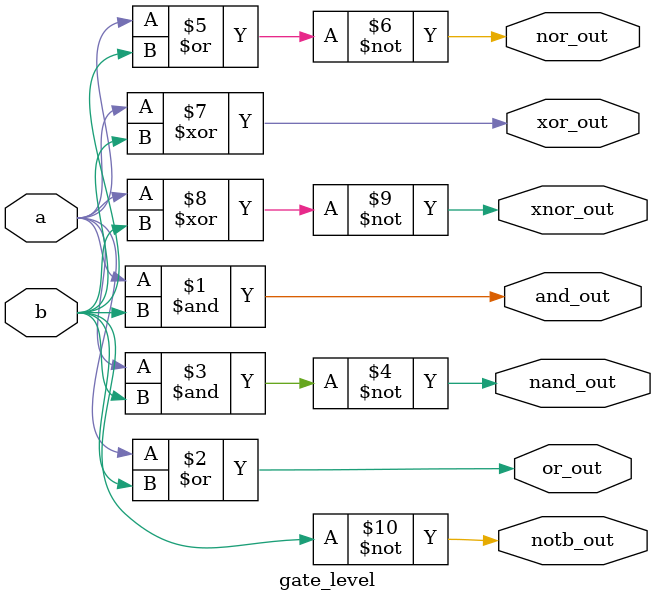
<source format=v>
module gate_level (
    input wire a, b,
    output wire and_out, or_out, nand_out, nor_out, notb_out, xor_out, xnor_out
);
    and a1(and_out, a, b);
    or o1(or_out, a, b);
    nand n1(nand_out, a, b);
    nor n2(nor_out, a, b);
    not n3(notb_out, b);  // Named instance for consistency
    xor x1(xor_out, a, b);
    xnor x2(xnor_out, a, b);
endmodule

</source>
